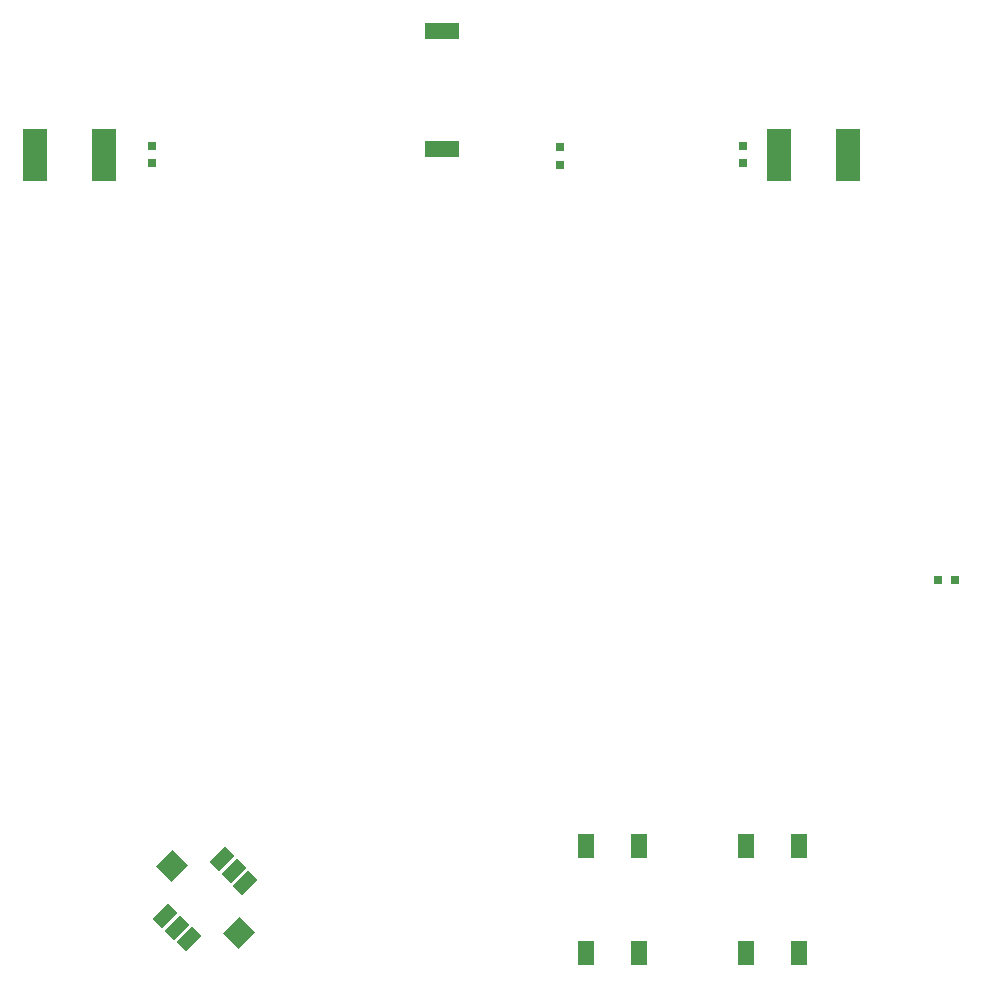
<source format=gtp>
G04*
G04 #@! TF.GenerationSoftware,Altium Limited,Altium Designer,22.1.2 (22)*
G04*
G04 Layer_Color=8421504*
%FSLAX25Y25*%
%MOIN*%
G70*
G04*
G04 #@! TF.SameCoordinates,C32A1214-328F-4996-A91D-0F4ED86882B3*
G04*
G04*
G04 #@! TF.FilePolarity,Positive*
G04*
G01*
G75*
%ADD13R,0.11811X0.05512*%
%ADD14R,0.03150X0.03150*%
%ADD15R,0.03150X0.03150*%
%ADD16R,0.07874X0.17717*%
G04:AMPARAMS|DCode=17|XSize=78.74mil|YSize=74.8mil|CornerRadius=0mil|HoleSize=0mil|Usage=FLASHONLY|Rotation=45.000|XOffset=0mil|YOffset=0mil|HoleType=Round|Shape=Rectangle|*
%AMROTATEDRECTD17*
4,1,4,-0.00139,-0.05429,-0.05429,-0.00139,0.00139,0.05429,0.05429,0.00139,-0.00139,-0.05429,0.0*
%
%ADD17ROTATEDRECTD17*%

G04:AMPARAMS|DCode=18|XSize=43.31mil|YSize=72.84mil|CornerRadius=0mil|HoleSize=0mil|Usage=FLASHONLY|Rotation=135.000|XOffset=0mil|YOffset=0mil|HoleType=Round|Shape=Rectangle|*
%AMROTATEDRECTD18*
4,1,4,0.04106,0.01044,-0.01044,-0.04106,-0.04106,-0.01044,0.01044,0.04106,0.04106,0.01044,0.0*
%
%ADD18ROTATEDRECTD18*%

%ADD19R,0.05512X0.08268*%
D13*
X177165Y299213D02*
D03*
Y338583D02*
D03*
D14*
X277559Y294488D02*
D03*
Y300394D02*
D03*
X80709Y294488D02*
D03*
Y300394D02*
D03*
X216535Y300000D02*
D03*
Y294094D02*
D03*
D15*
X348425Y155512D02*
D03*
X342520D02*
D03*
D16*
X64567Y297244D02*
D03*
X41732D02*
D03*
X312598D02*
D03*
X289764D02*
D03*
D17*
X109561Y38077D02*
D03*
X87290Y60348D02*
D03*
D18*
X107890Y58678D02*
D03*
X103993Y62575D02*
D03*
X111788Y54780D02*
D03*
X92857Y35850D02*
D03*
X85062Y43645D02*
D03*
X88960Y39747D02*
D03*
D19*
X296260Y67126D02*
D03*
Y31299D02*
D03*
X278543D02*
D03*
Y67126D02*
D03*
X243110D02*
D03*
Y31299D02*
D03*
X225394D02*
D03*
Y67126D02*
D03*
M02*

</source>
